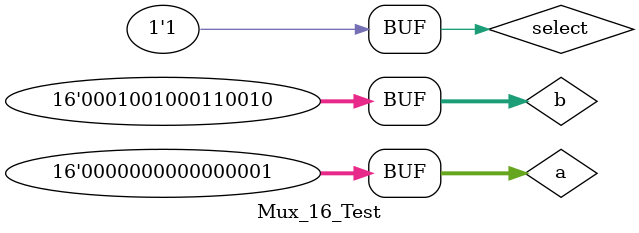
<source format=v>
module Mux(input a, b, select, output out);
    assign out = a&(~select) | b&select;
endmodule

module Mux_16(input[15:0] a, b,input select, output[15:0] out);
    genvar i;
    generate
        for(i = 0;i < 16;i = i + 1)
        begin
          Mux m(a[i], b[i], select, out[i]);
        end
    endgenerate
endmodule
module Mux_16_Test();
    reg[15:0] a, b;
    reg select;
    wire[15:0] out;
    Mux_16 m1(a, b, select, out);
    initial begin
        a = 16'h0001;
        b = 16'h1232;
        select = 0;
        #10 select = 1;
    end
    initial begin
        $monitor("a = %x b = %x select = %x out = %x", a, b, select, out);
    end
endmodule
</source>
